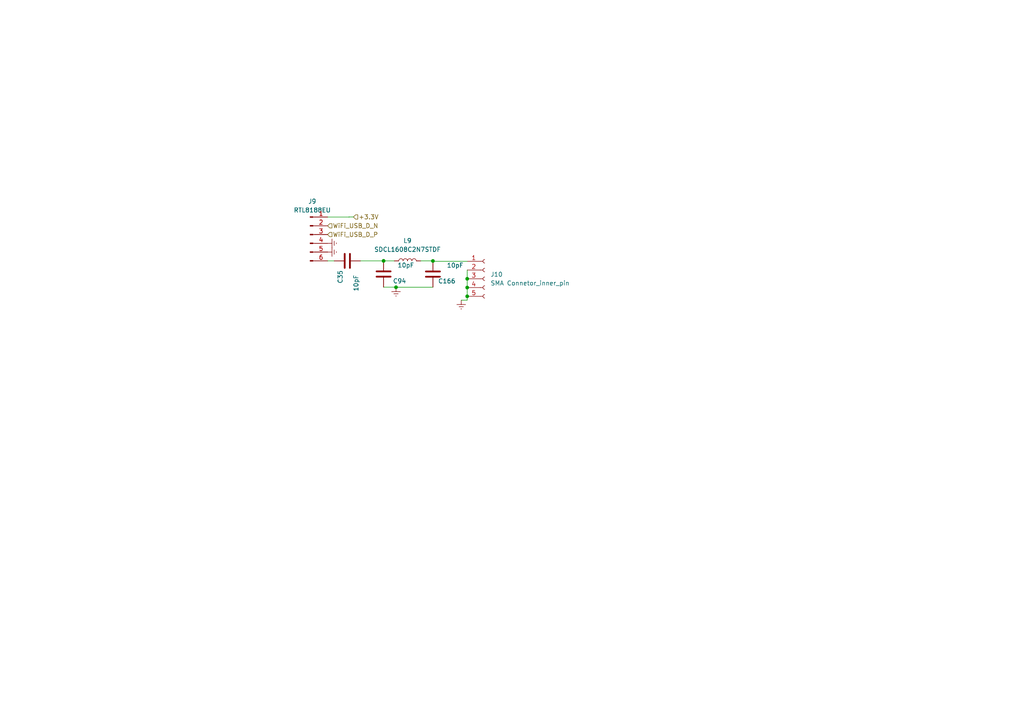
<source format=kicad_sch>
(kicad_sch (version 20231120) (generator "eeschema") (generator_version "8.0")
  (paper "A4")
  (lib_symbols
    (symbol "Connector:Conn_01x05_Socket" (pin_names (offset 1.016) hide)
      (property "Reference" "J" (at 0 7.62 0))
      (property "Value" "Conn_01x05_Socket" (at 0 -7.62 0))
      (symbol "Conn_01x05_Socket_1_1"
        (arc (start 0 -4.572) (mid -0.5058 -5.08) (end 0 -5.588) (stroke (width 0.1524)))
        (arc (start 0 -2.032) (mid -0.5058 -2.54) (end 0 -3.048) (stroke (width 0.1524)))
        (polyline (pts (xy -1.27 -5.08) (xy -0.508 -5.08)) (stroke (width 0.1524)))
        (polyline (pts (xy -1.27 -2.54) (xy -0.508 -2.54)) (stroke (width 0.1524)))
        (polyline (pts (xy -1.27 0) (xy -0.508 0)) (stroke (width 0.1524)))
        (polyline (pts (xy -1.27 2.54) (xy -0.508 2.54)) (stroke (width 0.1524)))
        (polyline (pts (xy -1.27 5.08) (xy -0.508 5.08)) (stroke (width 0.1524)))
        (arc (start 0 0.508) (mid -0.5058 0) (end 0 -0.508) (stroke (width 0.1524)))
        (arc (start 0 3.048) (mid -0.5058 2.54) (end 0 2.032) (stroke (width 0.1524)))
        (arc (start 0 5.588) (mid -0.5058 5.08) (end 0 4.572) (stroke (width 0.1524)))
        (pin passive line (at -5.08 5.08 0) (length 3.81) (name "Pin_1") (number "1"))
        (pin passive line (at -5.08 2.54 0) (length 3.81) (name "Pin_2") (number "2"))
        (pin passive line (at -5.08 0 0) (length 3.81) (name "Pin_3") (number "3"))
        (pin passive line (at -5.08 -2.54 0) (length 3.81) (name "Pin_4") (number "4"))
        (pin passive line (at -5.08 -5.08 0) (length 3.81) (name "Pin_5") (number "5"))
      )
    )
    (symbol "Connector:Conn_01x06_Pin" (pin_names (offset 1.016) hide)
      (property "Reference" "J" (at 0 7.62 0))
      (property "Value" "Conn_01x06_Pin" (at 0 -10.16 0))
      (symbol "Conn_01x06_Pin_1_1"
        (polyline (pts (xy 1.27 -7.62) (xy 0.8636 -7.62)) (stroke (width 0.1524)))
        (polyline (pts (xy 1.27 -5.08) (xy 0.8636 -5.08)) (stroke (width 0.1524)))
        (polyline (pts (xy 1.27 -2.54) (xy 0.8636 -2.54)) (stroke (width 0.1524)))
        (polyline (pts (xy 1.27 0) (xy 0.8636 0)) (stroke (width 0.1524)))
        (polyline (pts (xy 1.27 2.54) (xy 0.8636 2.54)) (stroke (width 0.1524)))
        (polyline (pts (xy 1.27 5.08) (xy 0.8636 5.08)) (stroke (width 0.1524)))
        (rectangle (start 0.8636 -7.493) (end 0 -7.747) (stroke (width 0.1524)) (fill (type outline)))
        (rectangle (start 0.8636 -4.953) (end 0 -5.207) (stroke (width 0.1524)) (fill (type outline)))
        (rectangle (start 0.8636 -2.413) (end 0 -2.667) (stroke (width 0.1524)) (fill (type outline)))
        (rectangle (start 0.8636 0.127) (end 0 -0.127) (stroke (width 0.1524)) (fill (type outline)))
        (rectangle (start 0.8636 2.667) (end 0 2.413) (stroke (width 0.1524)) (fill (type outline)))
        (rectangle (start 0.8636 5.207) (end 0 4.953) (stroke (width 0.1524)) (fill (type outline)))
        (pin passive line (at 5.08 5.08 180) (length 3.81) (name "Pin_1") (number "1"))
        (pin passive line (at 5.08 2.54 180) (length 3.81) (name "Pin_2") (number "2"))
        (pin passive line (at 5.08 0 180) (length 3.81) (name "Pin_3") (number "3"))
        (pin passive line (at 5.08 -2.54 180) (length 3.81) (name "Pin_4") (number "4"))
        (pin passive line (at 5.08 -5.08 180) (length 3.81) (name "Pin_5") (number "5"))
        (pin passive line (at 5.08 -7.62 180) (length 3.81) (name "Pin_6") (number "6"))
      )
    )
    (symbol "Device:C" (pin_numbers hide) (pin_names (offset 0.254))
      (property "Reference" "C" (at 0.635 2.54 0))
      (property "Value" "C" (at 0.635 -2.54 0))
      (symbol "C_0_1"
        (polyline (pts (xy -2.032 -0.762) (xy 2.032 -0.762)) (stroke (width 0.508)))
        (polyline (pts (xy -2.032 0.762) (xy 2.032 0.762)) (stroke (width 0.508)))
      )
      (symbol "C_1_1"
        (pin passive line (at 0 3.81 270) (length 2.794) (name "~") (number "1"))
        (pin passive line (at 0 -3.81 90) (length 2.794) (name "~") (number "2"))
      )
    )
    (symbol "Device:L" (pin_numbers hide) (pin_names (offset 1.016) hide)
      (property "Reference" "L" (at -1.27 0 90))
      (property "Value" "L" (at 1.905 0 90))
      (symbol "L_0_1"
        (arc (start 0 -2.54) (mid 0.6323 -1.905) (end 0 -1.27))
        (arc (start 0 -1.27) (mid 0.6323 -0.635) (end 0 0))
        (arc (start 0 0) (mid 0.6323 0.635) (end 0 1.27))
        (arc (start 0 1.27) (mid 0.6323 1.905) (end 0 2.54))
      )
      (symbol "L_1_1"
        (pin passive line (at 0 3.81 270) (length 1.27) (name "1") (number "1"))
        (pin passive line (at 0 -3.81 90) (length 1.27) (name "2") (number "2"))
      )
    )
    (symbol "power:Earth" (power) (pin_names (offset 0))
      (symbol "Earth_0_1"
        (polyline (pts (xy -0.635 -1.905) (xy 0.635 -1.905)))
        (polyline (pts (xy -0.127 -2.54) (xy 0.127 -2.54)))
        (polyline (pts (xy 0 -1.27) (xy 0 0)))
        (polyline (pts (xy 1.27 -1.27) (xy -1.27 -1.27)))
      )
      (symbol "Earth_1_1"
        (pin power_in line (at 0 0 270) (length 0) hide (name "Earth") (number "1"))
      )
    )
  )
  (junction (at 125.5635 75.6923))
  (junction (at 111.2547 75.6661))
  (junction (at 135.5099 83.4044))
  (junction (at 135.5099 80.8644))
  (junction (at 135.5099 85.9444))
  (junction (at 114.8596 83.3123))
  (wire (pts (xy 125.5635 83.3123) (xy 114.8596 83.3123)))
  (wire (pts (xy 111.2547 83.2861) (xy 114.8596 83.2861)))
  (wire (pts (xy 125.5635 75.6923) (xy 125.5635 75.6649)))
  (wire (pts (xy 101.2385 62.9318) (xy 102.5085 62.9318)))
  (wire (pts (xy 125.5635 75.6649) (xy 122.0011 75.6649)))
  (wire (pts (xy 111.2547 75.6661) (xy 114.3811 75.6661)))
  (wire (pts (xy 104.5436 75.6661) (xy 111.2547 75.6661)))
  (wire (pts (xy 125.5635 75.7844) (xy 125.5635 75.6923)))
  (wire (pts (xy 135.5099 80.8644) (xy 135.5099 83.4044)))
  (wire (pts (xy 135.5099 87.0593) (xy 133.7764 87.0593)))
  (wire (pts (xy 135.5099 78.3244) (xy 135.5099 80.8644)))
  (wire (pts (xy 96.9236 75.6661) (xy 95.018 75.6661)))
  (wire (pts (xy 114.8596 83.2861) (xy 114.8596 83.3123)))
  (wire (pts (xy 135.5099 83.4044) (xy 135.5099 85.9444)))
  (wire (pts (xy 135.5099 85.9444) (xy 135.5099 87.0593)))
  (wire (pts (xy 135.5099 75.7844) (xy 125.5635 75.7844)))
  (wire (pts (xy 101.2385 62.9529) (xy 95.018 62.9529)))
  (wire (pts (xy 114.3811 75.6661) (xy 114.3811 75.6649)))
  (wire (pts (xy 95.018 75.6661) (xy 95.018 75.6529)))
  (wire (pts (xy 101.2385 62.9318) (xy 101.2385 62.9529)))
  (hierarchical_label "WiFi_USB_D_P" (shape input) (at 95.018 68.0329 0))
  (hierarchical_label "+3.3V" (shape input) (at 102.5085 62.9318 0))
  (hierarchical_label "WiFi_USB_D_N" (shape input) (at 95.018 65.4929 0))
  (symbol (lib_id "Device:L") (at 118.1911 75.6649 90) (unit 1)
    (property "Reference" "L9" (at 118.1911 69.8225 90))
    (property "Value" "SDCL1608C2N7STDF" (at 118.1911 72.3625 90))
    (property "Footprint" "Inductor_SMD:L_0603_1608Metric" (effects (hide yes)))
    (property "Description" "Inductor" (effects (hide yes)))
    (property "MPN" "SDCL1608C2N7STDF" (effects (hide yes)))
  )
  (symbol (lib_id "Device:C") (at 111.2547 79.4761 0) (unit 1)
    (property "Reference" "C94" (at 117.8587 81.5081 0) (effects (justify right)))
    (property "Value" "10pF" (at 120.1447 76.9361 0) (effects (justify right)))
    (property "Footprint" "Capacitor_SMD:C_0603_1608Metric" (effects (hide yes)))
    (property "MPN" "CC0603JRNPO9BN100" (effects (hide yes)))
  )
  (symbol (lib_id "power:Earth") (at 133.7764 87.0593 0) (unit 1)
    (property "Reference" "#PWR0206" (effects (hide yes)))
    (property "Value" "Earth" (effects (hide yes)))
    (property "Description" "Power symbol creates a global label with name \"Earth\"" (effects (hide yes)))
  )
  (symbol (lib_id "power:Earth") (at 95.018 73.1129 90) (unit 1)
    (property "Reference" "#PWR0137" (effects (hide yes)))
    (property "Value" "Earth" (effects (hide yes)))
    (property "Description" "Power symbol creates a global label with name \"Earth\"" (effects (hide yes)))
  )
  (symbol (lib_id "Connector:Conn_01x06_Pin") (at 89.938 68.0329 0) (unit 1)
    (property "Reference" "J9" (at 90.573 58.42 0))
    (property "Value" "RTL8188EU" (at 90.573 60.96 0))
    (property "Footprint" "RTL8188EU:RTL8188EU" (effects (hide yes)))
    (property "Description" "Generic connector, single row, 01x06, script generated" (effects (hide yes)))
    (property "MPN" "RTL8188EUS 模块" (effects (hide yes)))
  )
  (symbol (lib_id "Device:C") (at 100.7336 75.6661 270) (unit 1)
    (property "Reference" "C35" (at 98.7016 82.2701 0) (effects (justify right)))
    (property "Value" "10pF" (at 103.2736 84.5561 0) (effects (justify right)))
    (property "Footprint" "Capacitor_SMD:C_0603_1608Metric" (effects (hide yes)))
    (property "MPN" "CC0603JRNPO9BN100" (effects (hide yes)))
  )
  (symbol (lib_id "power:Earth") (at 95.018 70.5729 90) (unit 1)
    (property "Reference" "#PWR041" (effects (hide yes)))
    (property "Value" "Earth" (effects (hide yes)))
    (property "Description" "Power symbol creates a global label with name \"Earth\"" (effects (hide yes)))
  )
  (symbol (lib_id "Connector:Conn_01x05_Socket") (at 140.5899 80.8644 0) (unit 1)
    (property "Reference" "J10" (at 142.24 79.5943 0) (effects (justify left)))
    (property "Value" "SMA Connetor_inner_pin" (at 142.24 82.1343 0) (effects (justify left)))
    (property "Footprint" "Connector_Coaxial:SMA_Connector_inner_pin_right_angle" (effects (hide yes)))
    (property "Description" "Generic connector, single row, 01x05, script generated" (effects (hide yes)))
    (property "MPN" "SMA-KWE  内针" (effects (hide yes)))
  )
  (symbol (lib_id "power:Earth") (at 114.8596 83.3123 0) (unit 1)
    (property "Reference" "#PWR0205" (effects (hide yes)))
    (property "Value" "Earth" (effects (hide yes)))
    (property "Description" "Power symbol creates a global label with name \"Earth\"" (effects (hide yes)))
  )
  (symbol (lib_id "Device:C") (at 125.5635 79.5023 0) (unit 1)
    (property "Reference" "C166" (at 132.1675 81.5343 0) (effects (justify right)))
    (property "Value" "10pF" (at 134.4535 76.9623 0) (effects (justify right)))
    (property "Footprint" "Capacitor_SMD:C_0603_1608Metric" (effects (hide yes)))
    (property "MPN" "CC0603JRNPO9BN100" (effects (hide yes)))
  )
)
</source>
